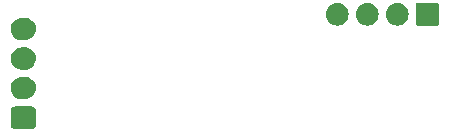
<source format=gbs>
G04 #@! TF.GenerationSoftware,KiCad,Pcbnew,7.0.2*
G04 #@! TF.CreationDate,2023-05-31T21:51:21+09:00*
G04 #@! TF.ProjectId,sync,73796e63-2e6b-4696-9361-645f70636258,rev?*
G04 #@! TF.SameCoordinates,PX3473bc0PY4c4b400*
G04 #@! TF.FileFunction,Soldermask,Bot*
G04 #@! TF.FilePolarity,Negative*
%FSLAX46Y46*%
G04 Gerber Fmt 4.6, Leading zero omitted, Abs format (unit mm)*
G04 Created by KiCad (PCBNEW 7.0.2) date 2023-05-31 21:51:21*
%MOMM*%
%LPD*%
G01*
G04 APERTURE LIST*
G04 APERTURE END LIST*
G36*
X8424868Y7185450D02*
G01*
X8430586Y7182655D01*
X8432962Y7182278D01*
X8470987Y7162904D01*
X8528377Y7134847D01*
X8609847Y7053377D01*
X8637907Y6995980D01*
X8657276Y6957966D01*
X8657652Y6955592D01*
X8660450Y6949868D01*
X8675000Y6850000D01*
X8675000Y5650000D01*
X8660450Y5550132D01*
X8657652Y5544411D01*
X8657277Y5542038D01*
X8637926Y5504061D01*
X8609847Y5446623D01*
X8528377Y5365153D01*
X8470955Y5337081D01*
X8432965Y5317724D01*
X8430591Y5317349D01*
X8424868Y5314550D01*
X8325000Y5300000D01*
X6875000Y5300000D01*
X6775132Y5314550D01*
X6769410Y5317348D01*
X6767037Y5317723D01*
X6729035Y5337086D01*
X6671623Y5365153D01*
X6590153Y5446623D01*
X6562104Y5503997D01*
X6542723Y5542035D01*
X6542346Y5544412D01*
X6539550Y5550132D01*
X6525000Y5650000D01*
X6525000Y6850000D01*
X6539550Y6949868D01*
X6542345Y6955587D01*
X6542722Y6957963D01*
X6562108Y6996013D01*
X6590153Y7053377D01*
X6671623Y7134847D01*
X6728971Y7162884D01*
X6767034Y7182277D01*
X6769411Y7182654D01*
X6775132Y7185450D01*
X6875000Y7200000D01*
X8325000Y7200000D01*
X8424868Y7185450D01*
G37*
G36*
X7821110Y9695126D02*
G01*
X8009395Y9656432D01*
X8186037Y9580629D01*
X8343804Y9470820D01*
X8476237Y9331501D01*
X8577914Y9168374D01*
X8644673Y8988120D01*
X8673781Y8798117D01*
X8664045Y8606144D01*
X8615865Y8420060D01*
X8531212Y8247484D01*
X8413553Y8095481D01*
X8267705Y7970275D01*
X8099638Y7876990D01*
X7916234Y7819447D01*
X7725000Y7800000D01*
X7722469Y7800000D01*
X7476271Y7800000D01*
X7475000Y7800000D01*
X7378890Y7804874D01*
X7190605Y7843568D01*
X7013963Y7919371D01*
X6856196Y8029180D01*
X6723763Y8168499D01*
X6622086Y8331626D01*
X6555327Y8511880D01*
X6526219Y8701883D01*
X6535955Y8893856D01*
X6584135Y9079940D01*
X6668788Y9252516D01*
X6786447Y9404519D01*
X6932295Y9529725D01*
X7100362Y9623010D01*
X7283766Y9680553D01*
X7475000Y9700000D01*
X7725000Y9700000D01*
X7821110Y9695126D01*
G37*
G36*
X7821110Y12195126D02*
G01*
X8009395Y12156432D01*
X8186037Y12080629D01*
X8343804Y11970820D01*
X8476237Y11831501D01*
X8577914Y11668374D01*
X8644673Y11488120D01*
X8673781Y11298117D01*
X8664045Y11106144D01*
X8615865Y10920060D01*
X8531212Y10747484D01*
X8413553Y10595481D01*
X8267705Y10470275D01*
X8099638Y10376990D01*
X7916234Y10319447D01*
X7725000Y10300000D01*
X7722469Y10300000D01*
X7476271Y10300000D01*
X7475000Y10300000D01*
X7378890Y10304874D01*
X7190605Y10343568D01*
X7013963Y10419371D01*
X6856196Y10529180D01*
X6723763Y10668499D01*
X6622086Y10831626D01*
X6555327Y11011880D01*
X6526219Y11201883D01*
X6535955Y11393856D01*
X6584135Y11579940D01*
X6668788Y11752516D01*
X6786447Y11904519D01*
X6932295Y12029725D01*
X7100362Y12123010D01*
X7283766Y12180553D01*
X7475000Y12200000D01*
X7725000Y12200000D01*
X7821110Y12195126D01*
G37*
G36*
X7821110Y14695126D02*
G01*
X8009395Y14656432D01*
X8186037Y14580629D01*
X8343804Y14470820D01*
X8476237Y14331501D01*
X8577914Y14168374D01*
X8644673Y13988120D01*
X8673781Y13798117D01*
X8664045Y13606144D01*
X8615865Y13420060D01*
X8531212Y13247484D01*
X8413553Y13095481D01*
X8267705Y12970275D01*
X8099638Y12876990D01*
X7916234Y12819447D01*
X7725000Y12800000D01*
X7722469Y12800000D01*
X7476271Y12800000D01*
X7475000Y12800000D01*
X7378890Y12804874D01*
X7190605Y12843568D01*
X7013963Y12919371D01*
X6856196Y13029180D01*
X6723763Y13168499D01*
X6622086Y13331626D01*
X6555327Y13511880D01*
X6526219Y13701883D01*
X6535955Y13893856D01*
X6584135Y14079940D01*
X6668788Y14252516D01*
X6786447Y14404519D01*
X6932295Y14529725D01*
X7100362Y14623010D01*
X7283766Y14680553D01*
X7475000Y14700000D01*
X7725000Y14700000D01*
X7821110Y14695126D01*
G37*
G36*
X34365336Y15931746D02*
G01*
X34543549Y15877686D01*
X34707792Y15789896D01*
X34851751Y15671751D01*
X34969896Y15527792D01*
X35057686Y15363549D01*
X35111746Y15185336D01*
X35130000Y15000000D01*
X35111746Y14814664D01*
X35057686Y14636451D01*
X34969896Y14472208D01*
X34851751Y14328249D01*
X34707792Y14210104D01*
X34543549Y14122314D01*
X34365336Y14068254D01*
X34180000Y14050000D01*
X33994664Y14068254D01*
X33816451Y14122314D01*
X33652208Y14210104D01*
X33508249Y14328249D01*
X33390104Y14472208D01*
X33302314Y14636451D01*
X33248254Y14814664D01*
X33230000Y15000000D01*
X33248254Y15185336D01*
X33302314Y15363549D01*
X33390104Y15527792D01*
X33508249Y15671751D01*
X33652208Y15789896D01*
X33816451Y15877686D01*
X33994664Y15931746D01*
X34180000Y15950000D01*
X34365336Y15931746D01*
G37*
G36*
X36905336Y15931746D02*
G01*
X37083549Y15877686D01*
X37247792Y15789896D01*
X37391751Y15671751D01*
X37509896Y15527792D01*
X37597686Y15363549D01*
X37651746Y15185336D01*
X37670000Y15000000D01*
X37651746Y14814664D01*
X37597686Y14636451D01*
X37509896Y14472208D01*
X37391751Y14328249D01*
X37247792Y14210104D01*
X37083549Y14122314D01*
X36905336Y14068254D01*
X36720000Y14050000D01*
X36534664Y14068254D01*
X36356451Y14122314D01*
X36192208Y14210104D01*
X36048249Y14328249D01*
X35930104Y14472208D01*
X35842314Y14636451D01*
X35788254Y14814664D01*
X35770000Y15000000D01*
X35788254Y15185336D01*
X35842314Y15363549D01*
X35930104Y15527792D01*
X36048249Y15671751D01*
X36192208Y15789896D01*
X36356451Y15877686D01*
X36534664Y15931746D01*
X36720000Y15950000D01*
X36905336Y15931746D01*
G37*
G36*
X39445336Y15931746D02*
G01*
X39623549Y15877686D01*
X39787792Y15789896D01*
X39931751Y15671751D01*
X40049896Y15527792D01*
X40137686Y15363549D01*
X40191746Y15185336D01*
X40210000Y15000000D01*
X40191746Y14814664D01*
X40137686Y14636451D01*
X40049896Y14472208D01*
X39931751Y14328249D01*
X39787792Y14210104D01*
X39623549Y14122314D01*
X39445336Y14068254D01*
X39260000Y14050000D01*
X39074664Y14068254D01*
X38896451Y14122314D01*
X38732208Y14210104D01*
X38588249Y14328249D01*
X38470104Y14472208D01*
X38382314Y14636451D01*
X38328254Y14814664D01*
X38310000Y15000000D01*
X38328254Y15185336D01*
X38382314Y15363549D01*
X38470104Y15527792D01*
X38588249Y15671751D01*
X38732208Y15789896D01*
X38896451Y15877686D01*
X39074664Y15931746D01*
X39260000Y15950000D01*
X39445336Y15931746D01*
G37*
G36*
X42688268Y15942388D02*
G01*
X42720711Y15920711D01*
X42742388Y15888268D01*
X42750000Y15850000D01*
X42750000Y14150000D01*
X42742388Y14111732D01*
X42720711Y14079289D01*
X42688268Y14057612D01*
X42650000Y14050000D01*
X40950000Y14050000D01*
X40911732Y14057612D01*
X40879289Y14079289D01*
X40857612Y14111732D01*
X40850000Y14150000D01*
X40850000Y15850000D01*
X40857612Y15888268D01*
X40879289Y15920711D01*
X40911732Y15942388D01*
X40950000Y15950000D01*
X42650000Y15950000D01*
X42688268Y15942388D01*
G37*
M02*

</source>
